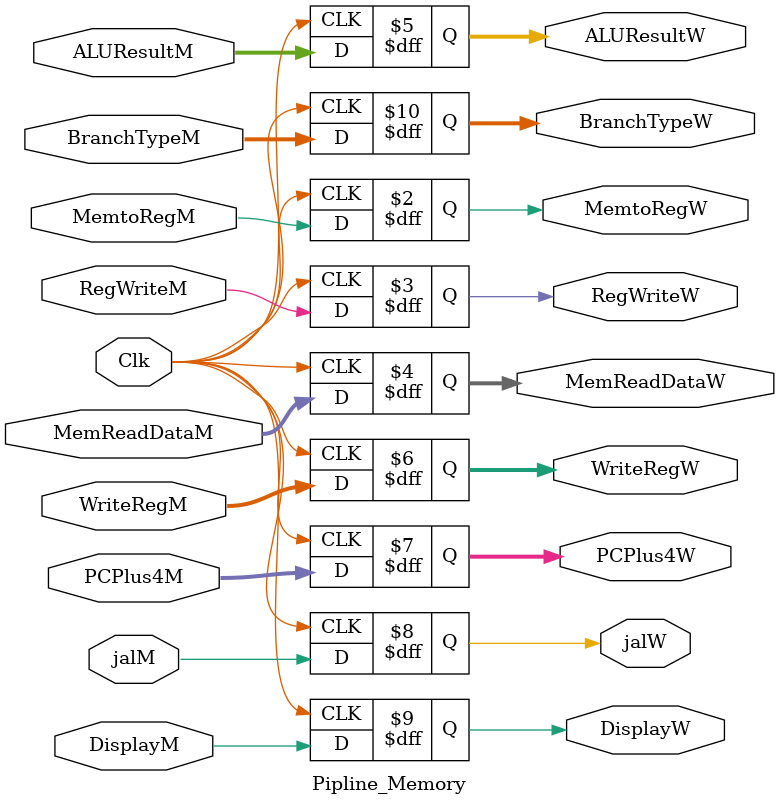
<source format=v>
`timescale 1ns / 1ps


module Pipline_Memory(Clk, MemtoRegM, RegWriteM, MemReadDataM, ALUResultM, WriteRegM, MemtoRegW, RegWriteW, MemReadDataW, ALUResultW, WriteRegW,
PCPlus4M, PCPlus4W, jalM, jalW, DisplayM, DisplayW, BranchTypeM, BranchTypeW);
input Clk;
input MemtoRegM;
input RegWriteM;
input [31:0] MemReadDataM;
input [31:0] ALUResultM;
input [4:0] WriteRegM;
input [31:0] PCPlus4M;
input jalM, DisplayM;
input [1:0] BranchTypeM;

output reg MemtoRegW;
output reg RegWriteW;
output reg [31:0] MemReadDataW;
output reg [31:0] ALUResultW;
output reg [4:0] WriteRegW;
output reg [31:0]PCPlus4W;
output reg jalW, DisplayW;
output reg [1:0] BranchTypeW;

always @(posedge Clk) begin
        MemtoRegW <= MemtoRegM;
        RegWriteW <= RegWriteM;
        MemReadDataW <= MemReadDataM;
        ALUResultW <= ALUResultM;
        WriteRegW <= WriteRegM;
        PCPlus4W <= PCPlus4M;
        jalW <= jalM;
        DisplayW <= DisplayM;
        BranchTypeW <= BranchTypeM;
    end

endmodule

</source>
